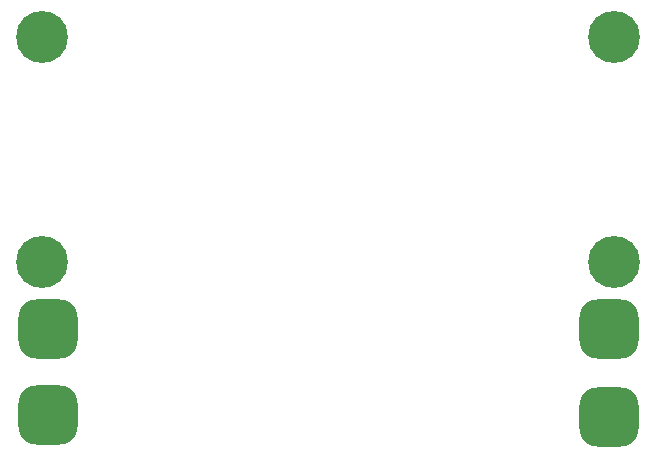
<source format=gbr>
%TF.GenerationSoftware,KiCad,Pcbnew,7.0.6*%
%TF.CreationDate,2024-01-08T01:59:36+08:00*%
%TF.ProjectId,CawBMS,43617742-4d53-42e6-9b69-6361645f7063,rev?*%
%TF.SameCoordinates,Original*%
%TF.FileFunction,Soldermask,Bot*%
%TF.FilePolarity,Negative*%
%FSLAX46Y46*%
G04 Gerber Fmt 4.6, Leading zero omitted, Abs format (unit mm)*
G04 Created by KiCad (PCBNEW 7.0.6) date 2024-01-08 01:59:36*
%MOMM*%
%LPD*%
G01*
G04 APERTURE LIST*
G04 Aperture macros list*
%AMRoundRect*
0 Rectangle with rounded corners*
0 $1 Rounding radius*
0 $2 $3 $4 $5 $6 $7 $8 $9 X,Y pos of 4 corners*
0 Add a 4 corners polygon primitive as box body*
4,1,4,$2,$3,$4,$5,$6,$7,$8,$9,$2,$3,0*
0 Add four circle primitives for the rounded corners*
1,1,$1+$1,$2,$3*
1,1,$1+$1,$4,$5*
1,1,$1+$1,$6,$7*
1,1,$1+$1,$8,$9*
0 Add four rect primitives between the rounded corners*
20,1,$1+$1,$2,$3,$4,$5,0*
20,1,$1+$1,$4,$5,$6,$7,0*
20,1,$1+$1,$6,$7,$8,$9,0*
20,1,$1+$1,$8,$9,$2,$3,0*%
G04 Aperture macros list end*
%ADD10C,0.700000*%
%ADD11C,4.400000*%
%ADD12RoundRect,1.500000X-1.000000X-1.000000X1.000000X-1.000000X1.000000X1.000000X-1.000000X1.000000X0*%
G04 APERTURE END LIST*
D10*
%TO.C,H4*%
X159350000Y-113500000D03*
X159833274Y-112333274D03*
X159833274Y-114666726D03*
X161000000Y-111850000D03*
D11*
X161000000Y-113500000D03*
D10*
X161000000Y-115150000D03*
X162166726Y-112333274D03*
X162166726Y-114666726D03*
X162650000Y-113500000D03*
%TD*%
%TO.C,H2*%
X159350000Y-94500000D03*
X159833274Y-93333274D03*
X159833274Y-95666726D03*
X161000000Y-92850000D03*
D11*
X161000000Y-94500000D03*
D10*
X161000000Y-96150000D03*
X162166726Y-93333274D03*
X162166726Y-95666726D03*
X162650000Y-94500000D03*
%TD*%
%TO.C,H1*%
X110850000Y-94500000D03*
X111333274Y-93333274D03*
X111333274Y-95666726D03*
X112500000Y-92850000D03*
D11*
X112500000Y-94500000D03*
D10*
X112500000Y-96150000D03*
X113666726Y-93333274D03*
X113666726Y-95666726D03*
X114150000Y-94500000D03*
%TD*%
D12*
%TO.C,H7*%
X160528000Y-126627000D03*
%TD*%
%TO.C,H8*%
X160528000Y-119181000D03*
%TD*%
%TO.C,H6*%
X113030000Y-119173000D03*
%TD*%
%TO.C,H5*%
X113030000Y-126492000D03*
%TD*%
D10*
%TO.C,H3*%
X110850000Y-113500000D03*
X111333274Y-112333274D03*
X111333274Y-114666726D03*
X112500000Y-111850000D03*
D11*
X112500000Y-113500000D03*
D10*
X112500000Y-115150000D03*
X113666726Y-112333274D03*
X113666726Y-114666726D03*
X114150000Y-113500000D03*
%TD*%
M02*

</source>
